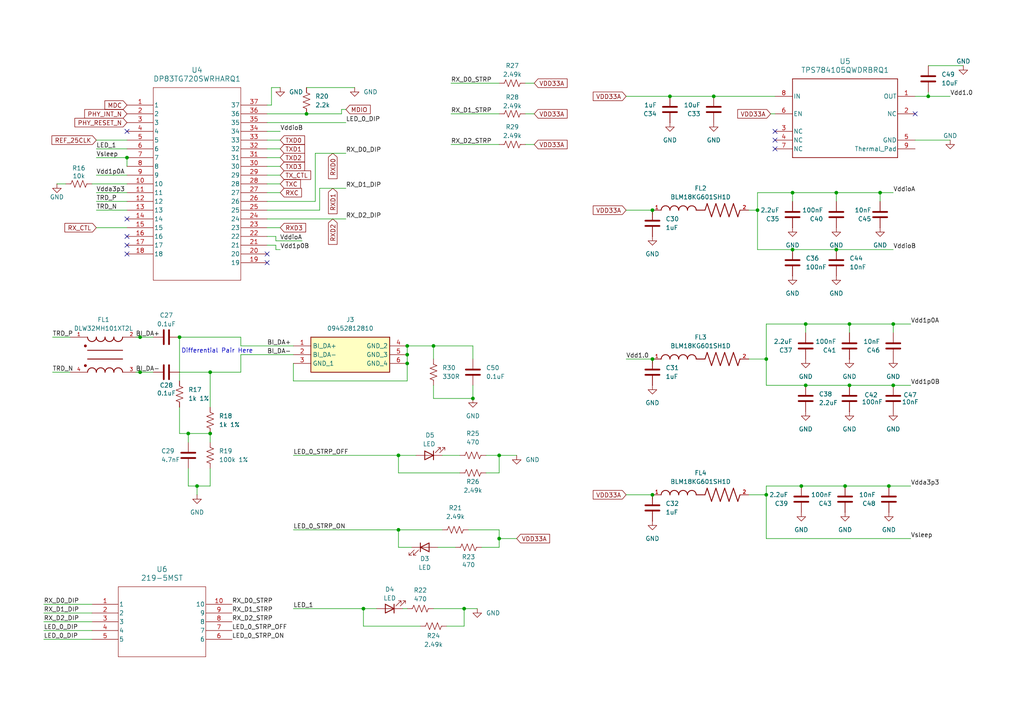
<source format=kicad_sch>
(kicad_sch (version 20231120) (generator "eeschema") (generator_version "8.0")
  (paper "A4")
  (lib_symbols
    (symbol "Capstone_Synbols:09452812810"
      (property "Reference" "J" (at 29.21 7.62 0))
      (property "Value" "09452812810" (at 29.21 5.08 0))
      (symbol "09452812810_1_1"
        (rectangle (start 5.08 2.54) (end 27.94 -7.62) (stroke (width 0.254)) (fill (type background)))
        (pin passive line (at 0 0 0) (length 5.08) (name "BI_DA+") (number "1"))
        (pin passive line (at 0 -2.54 0) (length 5.08) (name "BI_DA-") (number "2"))
        (pin passive line (at 0 -5.08 0) (length 5.08) (name "GND_1") (number "3"))
        (pin passive line (at 33.02 0 180) (length 5.08) (name "GND_2") (number "4"))
        (pin passive line (at 33.02 -2.54 180) (length 5.08) (name "GND_3") (number "5"))
        (pin passive line (at 33.02 -5.08 180) (length 5.08) (name "GND_4") (number "6"))
      )
    )
    (symbol "Capstone_Synbols:219-5MST" (pin_names (offset 0.254))
      (property "Reference" "U" (at 20.32 10.16 0))
      (property "Value" "219-5MST" (at 20.32 7.62 0))
      (symbol "219-5MST_0_1"
        (polyline (pts (xy 7.62 -15.24) (xy 33.02 -15.24)) (stroke (width 0.127)))
        (polyline (pts (xy 7.62 5.08) (xy 7.62 -15.24)) (stroke (width 0.127)))
        (polyline (pts (xy 33.02 -15.24) (xy 33.02 5.08)) (stroke (width 0.127)))
        (polyline (pts (xy 33.02 5.08) (xy 7.62 5.08)) (stroke (width 0.127)))
        (pin unspecified line (at 0 0 0) (length 7.62) (name "1") (number "1"))
        (pin unspecified line (at 40.64 0 180) (length 7.62) (name "10") (number "10"))
        (pin unspecified line (at 0 -2.54 0) (length 7.62) (name "2") (number "2"))
        (pin unspecified line (at 0 -5.08 0) (length 7.62) (name "3") (number "3"))
        (pin unspecified line (at 0 -7.62 0) (length 7.62) (name "4") (number "4"))
        (pin unspecified line (at 0 -10.16 0) (length 7.62) (name "5") (number "5"))
        (pin unspecified line (at 40.64 -10.16 180) (length 7.62) (name "6") (number "6"))
        (pin unspecified line (at 40.64 -7.62 180) (length 7.62) (name "7") (number "7"))
        (pin unspecified line (at 40.64 -5.08 180) (length 7.62) (name "8") (number "8"))
        (pin unspecified line (at 40.64 -2.54 180) (length 7.62) (name "9") (number "9"))
      )
    )
    (symbol "Capstone_Synbols:BLM18KG601SH1D" (pin_names (offset 1.016))
      (property "Reference" "FL" (at -12.7044 5.0815 0))
      (property "Value" "BLM18KG601SH1D" (at -12.71 -5.0866 0))
      (symbol "BLM18KG601SH1D_0_0"
        (arc (start -10.16 0) (mid -11.43 1.2645) (end -12.7 0) (stroke (width 0.254)))
        (arc (start -7.62 0) (mid -8.89 1.2645) (end -10.16 0) (stroke (width 0.254)))
        (arc (start -5.08 0) (mid -6.35 1.2645) (end -7.62 0) (stroke (width 0.254)))
        (arc (start -2.54 0) (mid -3.81 1.2645) (end -5.08 0) (stroke (width 0.254)))
        (polyline (pts (xy 0 0) (xy -2.54 0)) (stroke (width 0.254)))
        (polyline (pts (xy 0 0) (xy 0.635 1.905)) (stroke (width 0.254)))
        (polyline (pts (xy 0.635 1.905) (xy 1.905 -1.905)) (stroke (width 0.254)))
        (polyline (pts (xy 1.905 -1.905) (xy 3.175 1.905)) (stroke (width 0.254)))
        (polyline (pts (xy 3.175 1.905) (xy 4.445 -1.905)) (stroke (width 0.254)))
        (polyline (pts (xy 4.445 -1.905) (xy 5.715 1.905)) (stroke (width 0.254)))
        (polyline (pts (xy 5.715 1.905) (xy 6.985 -1.905)) (stroke (width 0.254)))
        (polyline (pts (xy 6.985 -1.905) (xy 8.255 1.905)) (stroke (width 0.254)))
        (polyline (pts (xy 8.255 1.905) (xy 9.525 -1.905)) (stroke (width 0.254)))
        (polyline (pts (xy 9.525 -1.905) (xy 10.16 0)) (stroke (width 0.254)))
        (pin passive line (at -15.24 0 0) (length 2.54) (name "~") (number "1"))
        (pin passive line (at 12.7 0 180) (length 2.54) (name "~") (number "2"))
      )
    )
    (symbol "Capstone_Synbols:DLW32MH101XT2L" (pin_names (offset 1.016))
      (property "Reference" "FL" (at -5.08 6.35 0))
      (property "Value" "DLW32MH101XT2L" (at -5.08 -6.35 0))
      (symbol "DLW32MH101XT2L_0_0"
        (circle (center -5.715 -3.175) (radius 0.2032) (stroke (width 0.4064)))
        (circle (center -5.715 2.54) (radius 0.2032) (stroke (width 0.4064)))
        (arc (start -5.08 5.08) (mid -3.81 3.8155) (end -2.54 5.08) (stroke (width 0.254)))
        (arc (start -2.54 -5.08) (mid -3.81 -3.8155) (end -5.08 -5.08) (stroke (width 0.254)))
        (arc (start -2.54 5.08) (mid -1.27 3.8155) (end 0 5.08) (stroke (width 0.254)))
        (arc (start 0 -5.08) (mid -1.27 -3.8155) (end -2.54 -5.08) (stroke (width 0.254)))
        (polyline (pts (xy -5.08 -1.27) (xy 5.08 -1.27)) (stroke (width 0.254)))
        (polyline (pts (xy 5.08 1.27) (xy -5.08 1.27)) (stroke (width 0.254)))
        (arc (start 0 5.08) (mid 1.27 3.8155) (end 2.54 5.08) (stroke (width 0.254)))
        (arc (start 2.54 -5.08) (mid 1.27 -3.8155) (end 0 -5.08) (stroke (width 0.254)))
        (arc (start 2.54 5.08) (mid 3.81 3.8155) (end 5.08 5.08) (stroke (width 0.254)))
        (arc (start 5.08 -5.08) (mid 3.81 -3.8155) (end 2.54 -5.08) (stroke (width 0.254)))
        (pin passive line (at -10.16 5.08 0) (length 5.08) (name "~") (number "1"))
        (pin passive line (at 10.16 5.08 180) (length 5.08) (name "~") (number "2"))
        (pin passive line (at 10.16 -5.08 180) (length 5.08) (name "~") (number "3"))
        (pin passive line (at -10.16 -5.08 0) (length 5.08) (name "~") (number "4"))
      )
    )
    (symbol "Capstone_Synbols:DP83TG720SWRHARQ1" (pin_names (offset 0.254))
      (property "Reference" "U" (at 20.32 10.16 0))
      (property "Value" "DP83TG720SWRHARQ1" (at 20.32 7.62 0))
      (symbol "DP83TG720SWRHARQ1_0_1"
        (polyline (pts (xy 7.62 -50.8) (xy 33.02 -50.8)) (stroke (width 0.127)))
        (polyline (pts (xy 7.62 5.08) (xy 7.62 -50.8)) (stroke (width 0.127)))
        (polyline (pts (xy 33.02 -50.8) (xy 33.02 5.08)) (stroke (width 0.127)))
        (polyline (pts (xy 33.02 5.08) (xy 7.62 5.08)) (stroke (width 0.127)))
        (pin unspecified line (at 0 0 0) (length 7.62) (name "1") (number "1"))
        (pin unspecified line (at 0 -22.86 0) (length 7.62) (name "10") (number "10"))
        (pin unspecified line (at 0 -25.4 0) (length 7.62) (name "11") (number "11"))
        (pin unspecified line (at 0 -27.94 0) (length 7.62) (name "12") (number "12"))
        (pin unspecified line (at 0 -30.48 0) (length 7.62) (name "13") (number "13"))
        (pin unspecified line (at 0 -33.02 0) (length 7.62) (name "14") (number "14"))
        (pin unspecified line (at 0 -35.56 0) (length 7.62) (name "15") (number "15"))
        (pin unspecified line (at 0 -38.1 0) (length 7.62) (name "16") (number "16"))
        (pin unspecified line (at 0 -40.64 0) (length 7.62) (name "17") (number "17"))
        (pin unspecified line (at 0 -43.18 0) (length 7.62) (name "18") (number "18"))
        (pin unspecified line (at 40.64 -45.72 180) (length 7.62) (name "19") (number "19"))
        (pin unspecified line (at 0 -2.54 0) (length 7.62) (name "2") (number "2"))
        (pin unspecified line (at 40.64 -43.18 180) (length 7.62) (name "20") (number "20"))
        (pin unspecified line (at 40.64 -40.64 180) (length 7.62) (name "21") (number "21"))
        (pin unspecified line (at 40.64 -38.1 180) (length 7.62) (name "22") (number "22"))
        (pin unspecified line (at 40.64 -35.56 180) (length 7.62) (name "23") (number "23"))
        (pin unspecified line (at 40.64 -33.02 180) (length 7.62) (name "24") (number "24"))
        (pin unspecified line (at 40.64 -30.48 180) (length 7.62) (name "25") (number "25"))
        (pin unspecified line (at 40.64 -27.94 180) (length 7.62) (name "26") (number "26"))
        (pin unspecified line (at 40.64 -25.4 180) (length 7.62) (name "27") (number "27"))
        (pin unspecified line (at 40.64 -22.86 180) (length 7.62) (name "28") (number "28"))
        (pin unspecified line (at 40.64 -20.32 180) (length 7.62) (name "29") (number "29"))
        (pin unspecified line (at 0 -5.08 0) (length 7.62) (name "3") (number "3"))
        (pin unspecified line (at 40.64 -17.78 180) (length 7.62) (name "30") (number "30"))
        (pin unspecified line (at 40.64 -15.24 180) (length 7.62) (name "31") (number "31"))
        (pin unspecified line (at 40.64 -12.7 180) (length 7.62) (name "32") (number "32"))
        (pin unspecified line (at 40.64 -10.16 180) (length 7.62) (name "33") (number "33"))
        (pin unspecified line (at 40.64 -7.62 180) (length 7.62) (name "34") (number "34"))
        (pin unspecified line (at 40.64 -5.08 180) (length 7.62) (name "35") (number "35"))
        (pin unspecified line (at 40.64 -2.54 180) (length 7.62) (name "36") (number "36"))
        (pin unspecified line (at 40.64 0 180) (length 7.62) (name "37") (number "37"))
        (pin unspecified line (at 0 -7.62 0) (length 7.62) (name "4") (number "4"))
        (pin unspecified line (at 0 -10.16 0) (length 7.62) (name "5") (number "5"))
        (pin unspecified line (at 0 -12.7 0) (length 7.62) (name "6") (number "6"))
        (pin unspecified line (at 0 -15.24 0) (length 7.62) (name "7") (number "7"))
        (pin unspecified line (at 0 -17.78 0) (length 7.62) (name "8") (number "8"))
        (pin unspecified line (at 0 -20.32 0) (length 7.62) (name "9") (number "9"))
      )
    )
    (symbol "Capstone_Synbols:TPS784105QWDRBRQ1" (pin_names (offset 0.254))
      (property "Reference" "U" (at 0 2.54 0))
      (property "Value" "TPS784105QWDRBRQ1" (at 0 0 0))
      (symbol "TPS784105QWDRBRQ1_0_1"
        (polyline (pts (xy 5.08 -17.78) (xy 35.56 -17.78)) (stroke (width 0.2032)))
        (polyline (pts (xy 5.08 5.08) (xy 5.08 -17.78)) (stroke (width 0.2032)))
        (polyline (pts (xy 35.56 -17.78) (xy 35.56 5.08)) (stroke (width 0.2032)))
        (polyline (pts (xy 35.56 5.08) (xy 5.08 5.08)) (stroke (width 0.2032)))
        (pin power_in line (at 40.64 0 180) (length 5.08) (name "OUT") (number "1"))
        (pin unspecified line (at 40.64 -5.08 180) (length 5.08) (name "NC") (number "2"))
        (pin unspecified line (at 0 -10.16 0) (length 5.08) (name "NC") (number "3"))
        (pin unspecified line (at 0 -12.7 0) (length 5.08) (name "NC") (number "4"))
        (pin power_in line (at 40.64 -12.7 180) (length 5.08) (name "GND") (number "5"))
        (pin input line (at 0 -5.08 0) (length 5.08) (name "EN") (number "6"))
        (pin unspecified line (at 0 -15.24 0) (length 5.08) (name "NC") (number "7"))
        (pin power_in line (at 0 0 0) (length 5.08) (name "IN") (number "8"))
        (pin power_in line (at 40.64 -15.24 180) (length 5.08) (name "Thermal_Pad") (number "9"))
      )
    )
    (symbol "Device:C" (pin_numbers hide) (pin_names (offset 0.254))
      (property "Reference" "C" (at 0.635 2.54 0))
      (property "Value" "C" (at 0.635 -2.54 0))
      (symbol "C_0_1"
        (polyline (pts (xy -2.032 -0.762) (xy 2.032 -0.762)) (stroke (width 0.508)))
        (polyline (pts (xy -2.032 0.762) (xy 2.032 0.762)) (stroke (width 0.508)))
      )
      (symbol "C_1_1"
        (pin passive line (at 0 3.81 270) (length 2.794) (name "~") (number "1"))
        (pin passive line (at 0 -3.81 90) (length 2.794) (name "~") (number "2"))
      )
    )
    (symbol "Device:LED" (pin_numbers hide) (pin_names (offset 1.016) hide)
      (property "Reference" "D" (at 0 2.54 0))
      (property "Value" "LED" (at 0 -2.54 0))
      (symbol "LED_0_1"
        (polyline (pts (xy -1.27 -1.27) (xy -1.27 1.27)) (stroke (width 0.254)))
        (polyline (pts (xy -1.27 0) (xy 1.27 0)))
        (polyline (pts (xy 1.27 -1.27) (xy 1.27 1.27) (xy -1.27 0) (xy 1.27 -1.27)) (stroke (width 0.254)))
        (polyline (pts (xy -3.048 -0.762) (xy -4.572 -2.286) (xy -3.81 -2.286) (xy -4.572 -2.286) (xy -4.572 -1.524)))
        (polyline (pts (xy -1.778 -0.762) (xy -3.302 -2.286) (xy -2.54 -2.286) (xy -3.302 -2.286) (xy -3.302 -1.524)))
      )
      (symbol "LED_1_1"
        (pin passive line (at -3.81 0 0) (length 2.54) (name "K") (number "1"))
        (pin passive line (at 3.81 0 180) (length 2.54) (name "A") (number "2"))
      )
    )
    (symbol "Device:R_US" (pin_numbers hide) (pin_names (offset 0))
      (property "Reference" "R" (at 2.54 0 90))
      (property "Value" "R_US" (at -2.54 0 90))
      (symbol "R_US_0_1"
        (polyline (pts (xy 0 -2.286) (xy 0 -2.54)))
        (polyline (pts (xy 0 2.286) (xy 0 2.54)))
        (polyline (pts (xy 0 -0.762) (xy 1.016 -1.143) (xy 0 -1.524) (xy -1.016 -1.905) (xy 0 -2.286)))
        (polyline (pts (xy 0 0.762) (xy 1.016 0.381) (xy 0 0) (xy -1.016 -0.381) (xy 0 -0.762)))
        (polyline (pts (xy 0 2.286) (xy 1.016 1.905) (xy 0 1.524) (xy -1.016 1.143) (xy 0 0.762)))
      )
      (symbol "R_US_1_1"
        (pin passive line (at 0 3.81 270) (length 1.27) (name "~") (number "1"))
        (pin passive line (at 0 -3.81 90) (length 1.27) (name "~") (number "2"))
      )
    )
    (symbol "power:GND" (power) (pin_numbers hide) (pin_names (offset 0) hide)
      (property "Value" "GND" (at 0 -3.81 0))
      (symbol "GND_0_1"
        (polyline (pts (xy 0 0) (xy 0 -1.27) (xy 1.27 -1.27) (xy 0 -2.54) (xy -1.27 -1.27) (xy 0 -1.27)))
      )
      (symbol "GND_1_1"
        (pin power_in line (at 0 0 270) (length 0) (name "~") (number "1"))
      )
    )
  )
  (junction (at 259.08 111.76))
  (junction (at 259.08 93.98))
  (junction (at 88.9 33.02))
  (junction (at 222.25 143.51))
  (junction (at 40.64 107.95))
  (junction (at 189.23 104.14))
  (junction (at 134.62 176.53))
  (junction (at 245.11 140.97))
  (junction (at 40.64 97.79))
  (junction (at 257.81 140.97))
  (junction (at 219.71 60.96))
  (junction (at 233.68 111.76))
  (junction (at 269.24 27.94))
  (junction (at 144.78 132.08))
  (junction (at 233.68 93.98))
  (junction (at 229.87 72.39))
  (junction (at 232.41 140.97))
  (junction (at 115.57 132.08))
  (junction (at 118.11 102.87))
  (junction (at 242.57 55.88))
  (junction (at 36.83 45.72))
  (junction (at 115.57 153.67))
  (junction (at 242.57 72.39))
  (junction (at 54.61 125.73))
  (junction (at 105.41 176.53))
  (junction (at 189.23 143.51))
  (junction (at 60.96 107.95))
  (junction (at 144.78 156.21))
  (junction (at 137.16 115.57))
  (junction (at 207.01 27.94))
  (junction (at 229.87 55.88))
  (junction (at 125.73 100.33))
  (junction (at 52.07 97.79))
  (junction (at 246.38 111.76))
  (junction (at 118.11 100.33))
  (junction (at 255.27 55.88))
  (junction (at 57.15 140.97))
  (junction (at 189.23 60.96))
  (junction (at 194.31 27.94))
  (junction (at 246.38 93.98))
  (junction (at 118.11 105.41))
  (junction (at 60.96 125.73))
  (junction (at 222.25 104.14))
  (no_connect (at 36.83 71.12))
  (no_connect (at 36.83 68.58))
  (no_connect (at 265.43 33.02))
  (no_connect (at 77.47 76.2))
  (no_connect (at 77.47 73.66))
  (no_connect (at 36.83 38.1))
  (no_connect (at 36.83 63.5))
  (no_connect (at 224.79 40.64))
  (no_connect (at 36.83 73.66))
  (no_connect (at 224.79 38.1))
  (no_connect (at 224.79 43.18))
  (wire (pts (xy 222.25 111.76) (xy 233.68 111.76)))
  (wire (pts (xy 87.63 69.85) (xy 80.01 69.85)))
  (wire (pts (xy 36.83 45.72) (xy 36.83 48.26)))
  (wire (pts (xy 118.11 110.49) (xy 118.11 105.41)))
  (wire (pts (xy 118.11 100.33) (xy 118.11 102.87)))
  (wire (pts (xy 242.57 72.39) (xy 259.08 72.39)))
  (wire (pts (xy 130.81 41.91) (xy 144.78 41.91)))
  (wire (pts (xy 119.38 158.75) (xy 115.57 158.75)))
  (wire (pts (xy 137.16 104.14) (xy 137.16 100.33)))
  (wire (pts (xy 92.71 60.96) (xy 77.47 60.96)))
  (wire (pts (xy 115.57 153.67) (xy 128.27 153.67)))
  (wire (pts (xy 245.11 140.97) (xy 257.81 140.97)))
  (wire (pts (xy 144.78 132.08) (xy 149.86 132.08)))
  (wire (pts (xy 222.25 111.76) (xy 222.25 104.14)))
  (wire (pts (xy 257.81 140.97) (xy 264.16 140.97)))
  (wire (pts (xy 91.44 58.42) (xy 77.47 58.42)))
  (wire (pts (xy 219.71 72.39) (xy 229.87 72.39)))
  (wire (pts (xy 125.73 111.76) (xy 125.73 115.57)))
  (wire (pts (xy 222.25 140.97) (xy 222.25 143.51)))
  (wire (pts (xy 77.47 50.8) (xy 81.28 50.8)))
  (wire (pts (xy 222.25 93.98) (xy 233.68 93.98)))
  (wire (pts (xy 222.25 104.14) (xy 217.17 104.14)))
  (wire (pts (xy 12.7 180.34) (xy 26.67 180.34)))
  (wire (pts (xy 99.06 33.02) (xy 88.9 33.02)))
  (wire (pts (xy 115.57 132.08) (xy 120.65 132.08)))
  (wire (pts (xy 255.27 55.88) (xy 255.27 58.42)))
  (wire (pts (xy 229.87 55.88) (xy 242.57 55.88)))
  (wire (pts (xy 116.84 176.53) (xy 118.11 176.53)))
  (wire (pts (xy 27.94 60.96) (xy 36.83 60.96)))
  (wire (pts (xy 91.44 44.45) (xy 100.33 44.45)))
  (wire (pts (xy 152.4 24.13) (xy 154.94 24.13)))
  (wire (pts (xy 52.07 125.73) (xy 54.61 125.73)))
  (wire (pts (xy 233.68 111.76) (xy 246.38 111.76)))
  (wire (pts (xy 181.61 143.51) (xy 189.23 143.51)))
  (wire (pts (xy 118.11 100.33) (xy 125.73 100.33)))
  (wire (pts (xy 77.47 33.02) (xy 88.9 33.02)))
  (wire (pts (xy 12.7 177.8) (xy 26.67 177.8)))
  (wire (pts (xy 99.06 31.75) (xy 99.06 33.02)))
  (wire (pts (xy 40.64 97.79) (xy 44.45 97.79)))
  (wire (pts (xy 149.86 156.21) (xy 144.78 156.21)))
  (wire (pts (xy 127 158.75) (xy 132.08 158.75)))
  (wire (pts (xy 52.07 118.11) (xy 52.07 125.73)))
  (wire (pts (xy 77.47 55.88) (xy 81.28 55.88)))
  (wire (pts (xy 219.71 60.96) (xy 217.17 60.96)))
  (wire (pts (xy 125.73 100.33) (xy 125.73 104.14)))
  (wire (pts (xy 115.57 158.75) (xy 115.57 153.67)))
  (wire (pts (xy 219.71 55.88) (xy 229.87 55.88)))
  (wire (pts (xy 16.51 53.34) (xy 19.05 53.34)))
  (wire (pts (xy 125.73 115.57) (xy 137.16 115.57)))
  (wire (pts (xy 69.85 102.87) (xy 85.09 102.87)))
  (wire (pts (xy 121.92 181.61) (xy 105.41 181.61)))
  (wire (pts (xy 12.7 175.26) (xy 26.67 175.26)))
  (wire (pts (xy 39.37 107.95) (xy 40.64 107.95)))
  (wire (pts (xy 105.41 176.53) (xy 105.41 181.61)))
  (wire (pts (xy 246.38 93.98) (xy 246.38 96.52)))
  (wire (pts (xy 77.47 63.5) (xy 100.33 63.5)))
  (wire (pts (xy 80.01 71.12) (xy 77.47 71.12)))
  (wire (pts (xy 144.78 137.16) (xy 144.78 132.08)))
  (wire (pts (xy 232.41 140.97) (xy 245.11 140.97)))
  (wire (pts (xy 242.57 55.88) (xy 255.27 55.88)))
  (wire (pts (xy 80.01 69.85) (xy 80.01 68.58)))
  (wire (pts (xy 229.87 72.39) (xy 242.57 72.39)))
  (wire (pts (xy 77.47 53.34) (xy 81.28 53.34)))
  (wire (pts (xy 246.38 93.98) (xy 259.08 93.98)))
  (wire (pts (xy 57.15 140.97) (xy 60.96 140.97)))
  (wire (pts (xy 222.25 143.51) (xy 217.17 143.51)))
  (wire (pts (xy 81.28 43.18) (xy 77.47 43.18)))
  (wire (pts (xy 54.61 128.27) (xy 54.61 125.73)))
  (wire (pts (xy 102.87 25.4) (xy 88.9 25.4)))
  (wire (pts (xy 85.09 132.08) (xy 115.57 132.08)))
  (wire (pts (xy 81.28 25.4) (xy 78.74 25.4)))
  (wire (pts (xy 255.27 55.88) (xy 259.08 55.88)))
  (wire (pts (xy 181.61 104.14) (xy 189.23 104.14)))
  (wire (pts (xy 133.35 137.16) (xy 115.57 137.16)))
  (wire (pts (xy 60.96 135.89) (xy 60.96 140.97)))
  (wire (pts (xy 27.94 66.04) (xy 36.83 66.04)))
  (wire (pts (xy 222.25 156.21) (xy 222.25 143.51)))
  (wire (pts (xy 27.94 58.42) (xy 36.83 58.42)))
  (wire (pts (xy 137.16 100.33) (xy 125.73 100.33)))
  (wire (pts (xy 27.94 55.88) (xy 36.83 55.88)))
  (wire (pts (xy 92.71 54.61) (xy 92.71 60.96)))
  (wire (pts (xy 229.87 55.88) (xy 229.87 58.42)))
  (wire (pts (xy 60.96 128.27) (xy 60.96 125.73)))
  (wire (pts (xy 115.57 137.16) (xy 115.57 132.08)))
  (wire (pts (xy 181.61 27.94) (xy 194.31 27.94)))
  (wire (pts (xy 144.78 158.75) (xy 139.7 158.75)))
  (wire (pts (xy 77.47 35.56) (xy 100.33 35.56)))
  (wire (pts (xy 85.09 110.49) (xy 118.11 110.49)))
  (wire (pts (xy 259.08 93.98) (xy 264.16 93.98)))
  (wire (pts (xy 78.74 25.4) (xy 78.74 30.48)))
  (wire (pts (xy 52.07 97.79) (xy 69.85 97.79)))
  (wire (pts (xy 118.11 102.87) (xy 118.11 105.41)))
  (wire (pts (xy 269.24 26.67) (xy 269.24 27.94)))
  (wire (pts (xy 134.62 181.61) (xy 134.62 176.53)))
  (wire (pts (xy 54.61 140.97) (xy 57.15 140.97)))
  (wire (pts (xy 233.68 93.98) (xy 246.38 93.98)))
  (wire (pts (xy 80.01 68.58) (xy 77.47 68.58)))
  (wire (pts (xy 85.09 153.67) (xy 115.57 153.67)))
  (wire (pts (xy 181.61 60.96) (xy 189.23 60.96)))
  (wire (pts (xy 77.47 38.1) (xy 81.28 38.1)))
  (wire (pts (xy 144.78 156.21) (xy 144.78 158.75)))
  (wire (pts (xy 140.97 137.16) (xy 144.78 137.16)))
  (wire (pts (xy 92.71 54.61) (xy 100.33 54.61)))
  (wire (pts (xy 152.4 41.91) (xy 154.94 41.91)))
  (wire (pts (xy 129.54 181.61) (xy 134.62 181.61)))
  (wire (pts (xy 85.09 176.53) (xy 105.41 176.53)))
  (wire (pts (xy 27.94 43.18) (xy 36.83 43.18)))
  (wire (pts (xy 81.28 45.72) (xy 77.47 45.72)))
  (wire (pts (xy 60.96 107.95) (xy 69.85 107.95)))
  (wire (pts (xy 219.71 55.88) (xy 219.71 60.96)))
  (wire (pts (xy 27.94 45.72) (xy 36.83 45.72)))
  (wire (pts (xy 91.44 44.45) (xy 91.44 58.42)))
  (wire (pts (xy 15.24 107.95) (xy 20.32 107.95)))
  (wire (pts (xy 52.07 107.95) (xy 60.96 107.95)))
  (wire (pts (xy 265.43 27.94) (xy 269.24 27.94)))
  (wire (pts (xy 69.85 97.79) (xy 69.85 100.33)))
  (wire (pts (xy 40.64 107.95) (xy 44.45 107.95)))
  (wire (pts (xy 125.73 176.53) (xy 134.62 176.53)))
  (wire (pts (xy 134.62 176.53) (xy 138.43 176.53)))
  (wire (pts (xy 222.25 140.97) (xy 232.41 140.97)))
  (wire (pts (xy 54.61 125.73) (xy 60.96 125.73)))
  (wire (pts (xy 222.25 156.21) (xy 264.16 156.21)))
  (wire (pts (xy 81.28 66.04) (xy 77.47 66.04)))
  (wire (pts (xy 219.71 72.39) (xy 219.71 60.96)))
  (wire (pts (xy 80.01 72.39) (xy 80.01 71.12)))
  (wire (pts (xy 152.4 33.02) (xy 154.94 33.02)))
  (wire (pts (xy 189.23 60.96) (xy 189.23 62.23)))
  (wire (pts (xy 27.94 50.8) (xy 36.83 50.8)))
  (wire (pts (xy 54.61 135.89) (xy 54.61 140.97)))
  (wire (pts (xy 194.31 27.94) (xy 207.01 27.94)))
  (wire (pts (xy 81.28 40.64) (xy 77.47 40.64)))
  (wire (pts (xy 12.7 182.88) (xy 26.67 182.88)))
  (wire (pts (xy 26.67 53.34) (xy 36.83 53.34)))
  (wire (pts (xy 259.08 111.76) (xy 264.16 111.76)))
  (wire (pts (xy 144.78 153.67) (xy 135.89 153.67)))
  (wire (pts (xy 140.97 132.08) (xy 144.78 132.08)))
  (wire (pts (xy 223.52 33.02) (xy 224.79 33.02)))
  (wire (pts (xy 52.07 97.79) (xy 52.07 110.49)))
  (wire (pts (xy 259.08 93.98) (xy 259.08 96.52)))
  (wire (pts (xy 105.41 176.53) (xy 109.22 176.53)))
  (wire (pts (xy 130.81 33.02) (xy 144.78 33.02)))
  (wire (pts (xy 275.59 40.64) (xy 265.43 40.64)))
  (wire (pts (xy 128.27 132.08) (xy 133.35 132.08)))
  (wire (pts (xy 144.78 153.67) (xy 144.78 156.21)))
  (wire (pts (xy 15.24 97.79) (xy 20.32 97.79)))
  (wire (pts (xy 189.23 104.14) (xy 189.23 105.41)))
  (wire (pts (xy 189.23 143.51) (xy 189.23 144.78)))
  (wire (pts (xy 60.96 107.95) (xy 60.96 118.11)))
  (wire (pts (xy 233.68 93.98) (xy 233.68 96.52)))
  (wire (pts (xy 222.25 93.98) (xy 222.25 104.14)))
  (wire (pts (xy 39.37 97.79) (xy 40.64 97.79)))
  (wire (pts (xy 77.47 48.26) (xy 81.28 48.26)))
  (wire (pts (xy 207.01 27.94) (xy 224.79 27.94)))
  (wire (pts (xy 80.01 72.39) (xy 81.28 72.39)))
  (wire (pts (xy 27.94 40.64) (xy 36.83 40.64)))
  (wire (pts (xy 137.16 115.57) (xy 137.16 111.76)))
  (wire (pts (xy 12.7 185.42) (xy 26.67 185.42)))
  (wire (pts (xy 57.15 143.51) (xy 57.15 140.97)))
  (wire (pts (xy 246.38 111.76) (xy 259.08 111.76)))
  (wire (pts (xy 69.85 100.33) (xy 85.09 100.33)))
  (wire (pts (xy 85.09 105.41) (xy 85.09 110.49)))
  (wire (pts (xy 69.85 107.95) (xy 69.85 102.87)))
  (wire (pts (xy 99.06 31.75) (xy 100.33 31.75)))
  (wire (pts (xy 130.81 24.13) (xy 144.78 24.13)))
  (wire (pts (xy 269.24 27.94) (xy 275.59 27.94)))
  (wire (pts (xy 242.57 55.88) (xy 242.57 58.42)))
  (wire (pts (xy 279.4 19.05) (xy 269.24 19.05)))
  (wire (pts (xy 78.74 30.48) (xy 77.47 30.48)))
  (text "Differential Pair Here" (at 62.992 101.854 0) (effects (font (size 1.27 1.27))))
  (label "LED_0_DIP" (at 12.7 182.88 0))
  (label "LED_0_STRP_ON" (at 85.09 153.67 0))
  (label "LED_1" (at 85.09 176.53 0))
  (label "Vdda3p3" (at 264.16 140.97 0))
  (label "Vdd1.0" (at 181.61 104.14 0))
  (label "BI_DA+" (at 39.37 97.79 0))
  (label "LED_0_STRP_OFF" (at 67.31 182.88 0))
  (label "Vsleep" (at 264.16 156.21 0))
  (label "RX_D1_DIP" (at 12.7 177.8 0))
  (label "LED_1" (at 27.94 43.18 0))
  (label "RX_D0_DIP" (at 12.7 175.26 0))
  (label "TRD_P" (at 27.94 58.42 0))
  (label "TRD_P" (at 15.24 97.79 0))
  (label "RX_D0_STRP" (at 67.31 175.26 0))
  (label "BI_DA-" (at 77.47 102.87 0))
  (label "BI_DA+" (at 77.47 100.33 0))
  (label "RX_D2_DIP" (at 12.7 180.34 0))
  (label "LED_0_DIP" (at 12.7 185.42 0))
  (label "VddioB" (at 81.28 38.1 0))
  (label "RX_D2_STRP" (at 67.31 180.34 0))
  (label "TRD_N" (at 15.24 107.95 0))
  (label "RX_D2_DIP" (at 100.33 63.5 0))
  (label "Vdd1p0B" (at 264.16 111.76 0))
  (label "Vdd1p0A" (at 264.16 93.98 0))
  (label "VddioB" (at 259.08 72.39 0))
  (label "RX_D1_STRP" (at 130.81 33.02 0))
  (label "BI_DA-" (at 39.37 107.95 0))
  (label "TRD_N" (at 27.94 60.96 0))
  (label "LED_0_DIP" (at 100.33 35.56 0))
  (label "Vsleep" (at 27.94 45.72 0))
  (label "LED_0_STRP_ON" (at 67.31 185.42 0))
  (label "Vdd1p0B" (at 81.28 72.39 0))
  (label "LED_0_STRP_OFF" (at 85.09 132.08 0))
  (label "Vdd1.0" (at 275.59 27.94 0))
  (label "Vdda3p3" (at 27.94 55.88 0))
  (label "RX_D1_DIP" (at 100.33 54.61 0))
  (label "RX_D0_DIP" (at 100.33 44.45 0))
  (label "RX_D2_STRP" (at 130.81 41.91 0))
  (label "Vdd1p0A" (at 27.94 50.8 0))
  (label "VddioA" (at 87.63 69.85 180))
  (label "VddioA" (at 259.08 55.88 0))
  (label "RX_D0_STRP" (at 130.81 24.13 0))
  (label "RX_D1_STRP" (at 67.31 177.8 0))
  (global_label "RXD0" (shape input) (at 96.52 44.45 270) (property "Intersheetrefs" "${INTERSHEET_REFS}" (effects (hide yes))))
  (global_label "VDD33A" (shape input) (at 181.61 143.51 180) (property "Intersheetrefs" "${INTERSHEET_REFS}" (effects (hide yes))))
  (global_label "VDD33A" (shape input) (at 223.52 33.02 180) (property "Intersheetrefs" "${INTERSHEET_REFS}" (effects (hide yes))))
  (global_label "VDD33A" (shape input) (at 154.94 24.13 0) (property "Intersheetrefs" "${INTERSHEET_REFS}" (effects (hide yes))))
  (global_label "VDD33A" (shape input) (at 154.94 33.02 0) (property "Intersheetrefs" "${INTERSHEET_REFS}" (effects (hide yes))))
  (global_label "TX_CTL" (shape input) (at 81.28 50.8 0) (property "Intersheetrefs" "${INTERSHEET_REFS}" (effects (hide yes))))
  (global_label "PHY_RESET_N" (shape input) (at 36.83 35.56 180) (property "Intersheetrefs" "${INTERSHEET_REFS}" (effects (hide yes))))
  (global_label "RXD1" (shape input) (at 96.52 54.61 270) (property "Intersheetrefs" "${INTERSHEET_REFS}" (effects (hide yes))))
  (global_label "VDD33A" (shape input) (at 149.86 156.21 0) (property "Intersheetrefs" "${INTERSHEET_REFS}" (effects (hide yes))))
  (global_label "TXD3" (shape input) (at 81.28 48.26 0) (property "Intersheetrefs" "${INTERSHEET_REFS}" (effects (hide yes))))
  (global_label "TXD0" (shape input) (at 81.28 40.64 0) (property "Intersheetrefs" "${INTERSHEET_REFS}" (effects (hide yes))))
  (global_label "PHY_INT_N" (shape input) (at 36.83 33.02 180) (property "Intersheetrefs" "${INTERSHEET_REFS}" (effects (hide yes))))
  (global_label "VDD33A" (shape input) (at 181.61 27.94 180) (property "Intersheetrefs" "${INTERSHEET_REFS}" (effects (hide yes))))
  (global_label "RXD3" (shape input) (at 81.28 66.04 0) (property "Intersheetrefs" "${INTERSHEET_REFS}" (effects (hide yes))))
  (global_label "VDD33A" (shape input) (at 154.94 41.91 0) (property "Intersheetrefs" "${INTERSHEET_REFS}" (effects (hide yes))))
  (global_label "MDC" (shape input) (at 36.83 30.48 180) (property "Intersheetrefs" "${INTERSHEET_REFS}" (effects (hide yes))))
  (global_label "TXC" (shape input) (at 81.28 53.34 0) (property "Intersheetrefs" "${INTERSHEET_REFS}" (effects (hide yes))))
  (global_label "REF_25CLK" (shape input) (at 27.94 40.64 180) (property "Intersheetrefs" "${INTERSHEET_REFS}" (effects (hide yes))))
  (global_label "RXD2" (shape input) (at 96.52 63.5 270) (property "Intersheetrefs" "${INTERSHEET_REFS}" (effects (hide yes))))
  (global_label "RXC" (shape input) (at 81.28 55.88 0) (property "Intersheetrefs" "${INTERSHEET_REFS}" (effects (hide yes))))
  (global_label "TXD2" (shape input) (at 81.28 45.72 0) (property "Intersheetrefs" "${INTERSHEET_REFS}" (effects (hide yes))))
  (global_label "RX_CTL" (shape input) (at 27.94 66.04 180) (property "Intersheetrefs" "${INTERSHEET_REFS}" (effects (hide yes))))
  (global_label "MDIO" (shape input) (at 100.33 31.75 0) (property "Intersheetrefs" "${INTERSHEET_REFS}" (effects (hide yes))))
  (global_label "TXD1" (shape input) (at 81.28 43.18 0) (property "Intersheetrefs" "${INTERSHEET_REFS}" (effects (hide yes))))
  (global_label "VDD33A" (shape input) (at 181.61 60.96 180) (property "Intersheetrefs" "${INTERSHEET_REFS}" (effects (hide yes))))
  (symbol (lib_id "Device:C") (at 259.08 115.57 0) (mirror y) (unit 1)
    (property "Reference" "C47" (at 265.938 114.554 0) (effects (justify left)))
    (property "Value" "10nF" (at 266.446 116.586 0) (effects (justify left)))
    (property "Footprint" "Capacitor_SMD:C_0402_1005Metric" (effects (hide yes)))
    (property "Description" "Unpolarized capacitor" (effects (hide yes)))
  )
  (symbol (lib_id "Capstone_Synbols:TPS784105QWDRBRQ1") (at 224.79 27.94 0) (unit 1)
    (property "Reference" "U5" (at 245.11 17.78 0) (effects (font (size 1.524 1.524))))
    (property "Value" "TPS784105QWDRBRQ1" (at 245.11 20.32 0) (effects (font (size 1.524 1.524))))
    (property "Footprint" "Capstone_Footprints:DRB0008J-IPC_A" (effects (hide yes)))
    (property "Datasheet" "TPS784105QWDRBRQ1" (effects (hide yes)))
  )
  (symbol (lib_id "Device:R_US") (at 137.16 137.16 90) (unit 1)
    (property "Reference" "R26" (at 137.16 139.7 90))
    (property "Value" "2.49k" (at 137.16 142.24 90))
    (property "Footprint" "Resistor_SMD:R_0805_2012Metric" (effects (hide yes)))
    (property "Description" "Resistor, US symbol" (effects (hide yes)))
  )
  (symbol (lib_id "Device:C") (at 259.08 100.33 180) (unit 1)
    (property "Reference" "C46" (at 255.27 101.6001 0) (effects (justify left)))
    (property "Value" "10nF" (at 255.27 99.0601 0) (effects (justify left)))
    (property "Footprint" "Capacitor_SMD:C_0402_1005Metric" (effects (hide yes)))
    (property "Description" "Unpolarized capacitor" (effects (hide yes)))
  )
  (symbol (lib_id "Device:R_US") (at 148.59 41.91 270) (unit 1)
    (property "Reference" "R29" (at 148.59 36.83 90))
    (property "Value" "2.49k" (at 148.59 39.37 90))
    (property "Footprint" "Resistor_SMD:R_0805_2012Metric" (effects (hide yes)))
    (property "Description" "Resistor, US symbol" (effects (hide yes)))
  )
  (symbol (lib_id "Device:C") (at 48.26 97.79 90) (unit 1)
    (property "Reference" "C27" (at 48.26 91.44 90))
    (property "Value" "0.1uF" (at 48.26 93.98 90))
    (property "Footprint" "Capacitor_SMD:C_0402_1005Metric" (effects (hide yes)))
    (property "Description" "Unpolarized capacitor" (effects (hide yes)))
  )
  (symbol (lib_id "Device:LED") (at 113.03 176.53 180) (unit 1)
    (property "Reference" "D4" (at 113.03 170.942 0))
    (property "Value" "LED" (at 113.03 173.482 0))
    (property "Footprint" "LED_SMD:LED_0603_1608Metric" (effects (hide yes)))
    (property "Description" "Light emitting diode" (effects (hide yes)))
  )
  (symbol (lib_id "Device:C") (at 189.23 147.32 0) (unit 1)
    (property "Reference" "C32" (at 193.04 146.0499 0) (effects (justify left)))
    (property "Value" "1uF" (at 193.04 148.5899 0) (effects (justify left)))
    (property "Footprint" "Capacitor_SMD:C_0402_1005Metric" (effects (hide yes)))
    (property "Description" "Unpolarized capacitor" (effects (hide yes)))
  )
  (symbol (lib_id "power:GND") (at 246.38 119.38 0) (unit 1)
    (property "Reference" "#PWR060" (effects (hide yes)))
    (property "Value" "GND" (at 246.38 124.46 0))
    (property "Description" "Power symbol creates a global label with name \"GND\" , ground" (effects (hide yes)))
  )
  (symbol (lib_id "Device:C") (at 246.38 100.33 180) (unit 1)
    (property "Reference" "C41" (at 242.57 101.6001 0) (effects (justify left)))
    (property "Value" "100nF" (at 242.57 99.0601 0) (effects (justify left)))
    (property "Footprint" "Capacitor_SMD:C_0402_1005Metric" (effects (hide yes)))
    (property "Description" "Unpolarized capacitor" (effects (hide yes)))
  )
  (symbol (lib_id "Capstone_Synbols:BLM18KG601SH1D") (at 204.47 143.51 0) (unit 1)
    (property "Reference" "FL4" (at 203.2 137.16 0))
    (property "Value" "BLM18KG601SH1D" (at 203.2 139.7 0))
    (property "Footprint" "Capstone_Footprints:BEADC1608X95N" (effects (hide yes)))
  )
  (symbol (lib_id "Device:LED") (at 123.19 158.75 0) (unit 1)
    (property "Reference" "D3" (at 123.19 162.052 0))
    (property "Value" "LED" (at 123.19 164.592 0))
    (property "Footprint" "LED_SMD:LED_0603_1608Metric" (effects (hide yes)))
    (property "Description" "Light emitting diode" (effects (hide yes)))
  )
  (symbol (lib_id "Device:R_US") (at 60.96 121.92 0) (unit 1)
    (property "Reference" "R18" (at 63.5 120.6499 0) (effects (justify left)))
    (property "Value" "1k 1%" (at 63.5 123.1899 0) (effects (justify left)))
    (property "Footprint" "Resistor_SMD:R_0805_2012Metric" (effects (hide yes)))
    (property "Description" "Resistor, US symbol" (effects (hide yes)))
  )
  (symbol (lib_id "Device:C") (at 255.27 62.23 180) (unit 1)
    (property "Reference" "C45" (at 252.73 63.5 0) (effects (justify left)))
    (property "Value" "10nF" (at 252.73 60.96 0) (effects (justify left)))
    (property "Footprint" "Capacitor_SMD:C_0402_1005Metric" (effects (hide yes)))
    (property "Description" "Unpolarized capacitor" (effects (hide yes)))
  )
  (symbol (lib_id "power:GND") (at 275.59 40.64 0) (unit 1)
    (property "Reference" "#PWR067" (effects (hide yes)))
    (property "Value" "GND" (at 273.558 39.37 0) (effects (justify left)))
    (property "Description" "Power symbol creates a global label with name \"GND\" , ground" (effects (hide yes)))
  )
  (symbol (lib_id "power:GND") (at 232.41 148.59 0) (unit 1)
    (property "Reference" "#PWR066" (effects (hide yes)))
    (property "Value" "GND" (at 232.41 153.67 0))
    (property "Description" "Power symbol creates a global label with name \"GND\" , ground" (effects (hide yes)))
  )
  (symbol (lib_id "Device:R_US") (at 121.92 176.53 270) (unit 1)
    (property "Reference" "R22" (at 121.92 171.196 90))
    (property "Value" "470" (at 121.92 173.736 90))
    (property "Footprint" "Resistor_SMD:R_0805_2012Metric" (effects (hide yes)))
    (property "Description" "Resistor, US symbol" (effects (hide yes)))
  )
  (symbol (lib_id "Device:C") (at 232.41 144.78 180) (unit 1)
    (property "Reference" "C39" (at 228.6 146.0501 0) (effects (justify left)))
    (property "Value" "2.2uF" (at 228.6 143.5101 0) (effects (justify left)))
    (property "Footprint" "Capacitor_SMD:C_0402_1005Metric" (effects (hide yes)))
    (property "Description" "Unpolarized capacitor" (effects (hide yes)))
  )
  (symbol (lib_id "Device:C") (at 269.24 22.86 0) (unit 1)
    (property "Reference" "C49" (at 273.05 21.5899 0) (effects (justify left)))
    (property "Value" "10uF" (at 273.05 24.1299 0) (effects (justify left)))
    (property "Footprint" "Capacitor_SMD:C_0805_2012Metric" (effects (hide yes)))
    (property "Description" "Unpolarized capacitor" (effects (hide yes)))
  )
  (symbol (lib_id "power:GND") (at 189.23 151.13 0) (unit 1)
    (property "Reference" "#PWR050" (effects (hide yes)))
    (property "Value" "GND" (at 189.23 156.21 0))
    (property "Description" "Power symbol creates a global label with name \"GND\" , ground" (effects (hide yes)))
  )
  (symbol (lib_id "Device:R_US") (at 125.73 107.95 180) (unit 1)
    (property "Reference" "R30" (at 128.27 106.6799 0) (effects (justify right)))
    (property "Value" "330R" (at 128.27 109.2199 0) (effects (justify right)))
    (property "Footprint" "Resistor_SMD:R_0805_2012Metric" (effects (hide yes)))
    (property "Description" "Resistor, US symbol" (effects (hide yes)))
  )
  (symbol (lib_id "Device:C") (at 246.38 115.57 0) (unit 1)
    (property "Reference" "C42" (at 250.698 114.554 0) (effects (justify left)))
    (property "Value" "100nF" (at 249.936 116.586 0) (effects (justify left)))
    (property "Footprint" "Capacitor_SMD:C_0402_1005Metric" (effects (hide yes)))
    (property "Description" "Unpolarized capacitor" (effects (hide yes)))
  )
  (symbol (lib_id "power:GND") (at 194.31 35.56 0) (unit 1)
    (property "Reference" "#PWR052" (effects (hide yes)))
    (property "Value" "GND" (at 194.31 40.64 0))
    (property "Description" "Power symbol creates a global label with name \"GND\" , ground" (effects (hide yes)))
  )
  (symbol (lib_id "power:GND") (at 259.08 104.14 0) (unit 1)
    (property "Reference" "#PWR055" (effects (hide yes)))
    (property "Value" "GND" (at 259.08 109.22 0))
    (property "Description" "Power symbol creates a global label with name \"GND\" , ground" (effects (hide yes)))
  )
  (symbol (lib_id "Device:C") (at 233.68 100.33 180) (unit 1)
    (property "Reference" "C37" (at 229.87 101.6001 0) (effects (justify left)))
    (property "Value" "2.2uF" (at 229.87 99.0601 0) (effects (justify left)))
    (property "Footprint" "Capacitor_SMD:C_0402_1005Metric" (effects (hide yes)))
    (property "Description" "Unpolarized capacitor" (effects (hide yes)))
  )
  (symbol (lib_id "power:GND") (at 16.51 53.34 0) (unit 1)
    (property "Reference" "#PWR038" (effects (hide yes)))
    (property "Value" "GND" (at 18.542 57.15 0) (effects (justify right)))
    (property "Description" "Power symbol creates a global label with name \"GND\" , ground" (effects (hide yes)))
  )
  (symbol (lib_id "Device:R_US") (at 148.59 24.13 270) (unit 1)
    (property "Reference" "R27" (at 148.59 19.05 90))
    (property "Value" "2.49k" (at 148.59 21.59 90))
    (property "Footprint" "Resistor_SMD:R_0805_2012Metric" (effects (hide yes)))
    (property "Description" "Resistor, US symbol" (effects (hide yes)))
  )
  (symbol (lib_id "Device:R_US") (at 22.86 53.34 270) (unit 1)
    (property "Reference" "R16" (at 22.86 48.768 90))
    (property "Value" "10k" (at 22.86 51.054 90))
    (property "Footprint" "Resistor_SMD:R_0805_2012Metric" (effects (hide yes)))
    (property "Description" "Resistor, US symbol" (effects (hide yes)))
  )
  (symbol (lib_id "Capstone_Synbols:DP83TG720SWRHARQ1") (at 36.83 30.48 0) (unit 1)
    (property "Reference" "U4" (at 57.15 20.32 0) (effects (font (size 1.524 1.524))))
    (property "Value" "DP83TG720SWRHARQ1" (at 57.15 22.86 0) (effects (font (size 1.524 1.524))))
    (property "Footprint" "Capstone_Footprints:VQFN36_6X6_TEX" (effects (hide yes)))
    (property "Datasheet" "DP83TG720SWRHARQ1" (effects (hide yes)))
  )
  (symbol (lib_id "power:GND") (at 233.68 119.38 0) (unit 1)
    (property "Reference" "#PWR056" (effects (hide yes)))
    (property "Value" "GND" (at 233.68 124.46 0))
    (property "Description" "Power symbol creates a global label with name \"GND\" , ground" (effects (hide yes)))
  )
  (symbol (lib_id "power:GND") (at 57.15 143.51 0) (unit 1)
    (property "Reference" "#PWR039" (effects (hide yes)))
    (property "Value" "GND" (at 57.15 148.59 0))
    (property "Description" "Power symbol creates a global label with name \"GND\" , ground" (effects (hide yes)))
  )
  (symbol (lib_id "power:GND") (at 246.38 104.14 0) (unit 1)
    (property "Reference" "#PWR059" (effects (hide yes)))
    (property "Value" "GND" (at 246.38 109.22 0))
    (property "Description" "Power symbol creates a global label with name \"GND\" , ground" (effects (hide yes)))
  )
  (symbol (lib_id "Capstone_Synbols:DLW32MH101XT2L") (at 30.48 102.87 0) (unit 1)
    (property "Reference" "FL1" (at 30.0228 92.71 0))
    (property "Value" "DLW32MH101XT2L" (at 30.0228 95.25 0))
    (property "Footprint" "Capstone_Footprints:FIL_DLW32MH101XT2L" (effects (hide yes)))
    (property "PARTREV" "N/A" (effects (hide yes)))
    (property "MANUFACTURER" "Murata" (effects (hide yes)))
    (property "MAXIMUM_PACKAGE_HEIGHT" "2.50mm" (effects (hide yes)))
    (property "STANDARD" "Manufacturer Recommendations" (effects (hide yes)))
  )
  (symbol (lib_id "Device:C") (at 242.57 76.2 0) (unit 1)
    (property "Reference" "C44" (at 246.38 74.9299 0) (effects (justify left)))
    (property "Value" "10nF" (at 246.38 77.4699 0) (effects (justify left)))
    (property "Footprint" "Capacitor_SMD:C_0402_1005Metric" (effects (hide yes)))
    (property "Description" "Unpolarized capacitor" (effects (hide yes)))
  )
  (symbol (lib_id "power:GND") (at 255.27 66.04 0) (unit 1)
    (property "Reference" "#PWR053" (effects (hide yes)))
    (property "Value" "GND" (at 255.27 71.12 0))
    (property "Description" "Power symbol creates a global label with name \"GND\" , ground" (effects (hide yes)))
  )
  (symbol (lib_id "Capstone_Synbols:BLM18KG601SH1D") (at 204.47 60.96 0) (unit 1)
    (property "Reference" "FL2" (at 203.2 54.61 0))
    (property "Value" "BLM18KG601SH1D" (at 203.2 57.15 0))
    (property "Footprint" "Capstone_Footprints:BEADC1608X95N" (effects (hide yes)))
  )
  (symbol (lib_id "Device:C") (at 233.68 115.57 0) (unit 1)
    (property "Reference" "C38" (at 237.49 114.2999 0) (effects (justify left)))
    (property "Value" "2.2uF" (at 237.49 116.8399 0) (effects (justify left)))
    (property "Footprint" "Capacitor_SMD:C_0402_1005Metric" (effects (hide yes)))
    (property "Description" "Unpolarized capacitor" (effects (hide yes)))
  )
  (symbol (lib_id "power:GND") (at 229.87 80.01 0) (unit 1)
    (property "Reference" "#PWR054" (effects (hide yes)))
    (property "Value" "GND" (at 229.87 85.09 0))
    (property "Description" "Power symbol creates a global label with name \"GND\" , ground" (effects (hide yes)))
  )
  (symbol (lib_id "power:GND") (at 149.86 132.08 0) (unit 1)
    (property "Reference" "#PWR046" (effects (hide yes)))
    (property "Value" "GND" (at 152.4 133.3499 0) (effects (justify left)))
    (property "Description" "Power symbol creates a global label with name \"GND\" , ground" (effects (hide yes)))
  )
  (symbol (lib_id "power:GND") (at 102.87 25.4 0) (unit 1)
    (property "Reference" "#PWR042" (effects (hide yes)))
    (property "Value" "GND" (at 105.41 26.6699 0) (effects (justify left)))
    (property "Description" "Power symbol creates a global label with name \"GND\" , ground" (effects (hide yes)))
  )
  (symbol (lib_id "power:GND") (at 245.11 148.59 0) (unit 1)
    (property "Reference" "#PWR061" (effects (hide yes)))
    (property "Value" "GND" (at 245.11 153.67 0))
    (property "Description" "Power symbol creates a global label with name \"GND\" , ground" (effects (hide yes)))
  )
  (symbol (lib_id "power:GND") (at 189.23 111.76 0) (unit 1)
    (property "Reference" "#PWR049" (effects (hide yes)))
    (property "Value" "GND" (at 189.23 116.84 0))
    (property "Description" "Power symbol creates a global label with name \"GND\" , ground" (effects (hide yes)))
  )
  (symbol (lib_id "power:GND") (at 279.4 19.05 0) (unit 1)
    (property "Reference" "#PWR068" (effects (hide yes)))
    (property "Value" "GND" (at 277.368 17.78 0) (effects (justify left)))
    (property "Description" "Power symbol creates a global label with name \"GND\" , ground" (effects (hide yes)))
  )
  (symbol (lib_id "Device:R_US") (at 125.73 181.61 90) (unit 1)
    (property "Reference" "R24" (at 125.73 184.404 90))
    (property "Value" "2.49k" (at 125.73 186.944 90))
    (property "Footprint" "Resistor_SMD:R_0805_2012Metric" (effects (hide yes)))
    (property "Description" "Resistor, US symbol" (effects (hide yes)))
  )
  (symbol (lib_id "power:GND") (at 259.08 119.38 0) (unit 1)
    (property "Reference" "#PWR065" (effects (hide yes)))
    (property "Value" "GND" (at 259.08 124.46 0))
    (property "Description" "Power symbol creates a global label with name \"GND\" , ground" (effects (hide yes)))
  )
  (symbol (lib_id "Capstone_Synbols:219-5MST") (at 26.67 175.26 0) (unit 1)
    (property "Reference" "U6" (at 46.99 165.1 0) (effects (font (size 1.524 1.524))))
    (property "Value" "219-5MST" (at 46.99 167.64 0) (effects (font (size 1.524 1.524))))
    (property "Footprint" "Capstone_Footprints:SW5_219SMT" (effects (hide yes)))
    (property "Datasheet" "219-5MST" (effects (hide yes)))
  )
  (symbol (lib_id "Device:C") (at 194.31 31.75 180) (unit 1)
    (property "Reference" "C34" (at 190.5 33.0201 0) (effects (justify left)))
    (property "Value" "1uF" (at 190.5 30.4801 0) (effects (justify left)))
    (property "Footprint" "Capacitor_SMD:C_0402_1005Metric" (effects (hide yes)))
    (property "Description" "Unpolarized capacitor" (effects (hide yes)))
  )
  (symbol (lib_id "Device:C") (at 54.61 132.08 0) (unit 1)
    (property "Reference" "C29" (at 46.736 130.81 0) (effects (justify left)))
    (property "Value" "4.7nF" (at 46.736 133.35 0) (effects (justify left)))
    (property "Footprint" "Capacitor_SMD:C_0603_1608Metric" (effects (hide yes)))
    (property "Description" "Unpolarized capacitor" (effects (hide yes)))
  )
  (symbol (lib_id "power:GND") (at 138.43 176.53 0) (unit 1)
    (property "Reference" "#PWR047" (effects (hide yes)))
    (property "Value" "GND" (at 140.97 177.7999 0) (effects (justify left)))
    (property "Description" "Power symbol creates a global label with name \"GND\" , ground" (effects (hide yes)))
  )
  (symbol (lib_id "power:GND") (at 207.01 35.56 0) (unit 1)
    (property "Reference" "#PWR051" (effects (hide yes)))
    (property "Value" "GND" (at 207.01 40.64 0))
    (property "Description" "Power symbol creates a global label with name \"GND\" , ground" (effects (hide yes)))
  )
  (symbol (lib_id "Device:C") (at 48.26 107.95 270) (unit 1)
    (property "Reference" "C28" (at 48.26 111.76 90))
    (property "Value" "0.1uF" (at 48.26 114.046 90))
    (property "Footprint" "Capacitor_SMD:C_0402_1005Metric" (effects (hide yes)))
    (property "Description" "Unpolarized capacitor" (effects (hide yes)))
  )
  (symbol (lib_id "Capstone_Synbols:09452812810") (at 85.09 100.33 0) (unit 1)
    (property "Reference" "J3" (at 101.6 92.71 0))
    (property "Value" "09452812810" (at 101.6 95.25 0))
    (property "Footprint" "Capstone_Footprints:hartingt1" (effects (hide yes)))
    (property "Datasheet" "https://b2b.harting.com/files/download/PRD/PDF_TS/09452812810_100689697DRW003M.pdf?siteName=Ebusiness+Site&autoLogoutEnabled=false&autoLogoutTime=0&contextURL=https%3A%2F%2Fb2b.harting.com%2Febusiness%2Fen&maintenanceAnnouncement=%7B+%7D&showPrivacyEmailA" (effects (hide yes)))
    (property "Description" "T1 Industrial Jack Connectors, PCB connector, Angled, THR connection, Rated current: 4 A, Contacts: 2, + shielding" (effects (hide yes)))
    (property "Height" "6.1" (effects (hide yes)))
    (property "Manufacturer_Name" "HARTING" (effects (hide yes)))
    (property "Manufacturer_Part_Number" "09452812810" (effects (hide yes)))
    (property "Mouser Part Number" "617-09452812810" (effects (hide yes)))
    (property "Mouser Price/Stock" "https://www.mouser.co.uk/ProductDetail/HARTING/09452812810?qs=IPgv5n7u5QYWjjwXDCl9%252Bw%3D%3D" (effects (hide yes)))
    (property "Arrow Part Number" "09452812810" (effects (hide yes)))
    (property "Arrow Price/Stock" "https://www.arrow.com/en/products/09452812810/harting?region=nac" (effects (hide yes)))
  )
  (symbol (lib_id "Device:R_US") (at 52.07 114.3 0) (unit 1)
    (property "Reference" "R17" (at 54.61 113.0299 0) (effects (justify left)))
    (property "Value" "1k 1%" (at 54.61 115.5699 0) (effects (justify left)))
    (property "Footprint" "Resistor_SMD:R_0805_2012Metric" (effects (hide yes)))
    (property "Description" "Resistor, US symbol" (effects (hide yes)))
  )
  (symbol (lib_id "Device:C") (at 229.87 62.23 180) (unit 1)
    (property "Reference" "C35" (at 226.06 63.5001 0) (effects (justify left)))
    (property "Value" "2.2uF" (at 226.06 60.9601 0) (effects (justify left)))
    (property "Footprint" "Capacitor_SMD:C_0402_1005Metric" (effects (hide yes)))
    (property "Description" "Unpolarized capacitor" (effects (hide yes)))
  )
  (symbol (lib_id "Device:R_US") (at 60.96 132.08 0) (unit 1)
    (property "Reference" "R19" (at 63.5 130.8099 0) (effects (justify left)))
    (property "Value" "100k 1%" (at 63.5 133.3499 0) (effects (justify left)))
    (property "Footprint" "Resistor_SMD:R_0805_2012Metric" (effects (hide yes)))
    (property "Description" "Resistor, US symbol" (effects (hide yes)))
  )
  (symbol (lib_id "Device:C") (at 189.23 64.77 0) (unit 1)
    (property "Reference" "C30" (at 193.04 63.4999 0) (effects (justify left)))
    (property "Value" "1uF" (at 193.04 66.0399 0) (effects (justify left)))
    (property "Footprint" "Capacitor_SMD:C_0402_1005Metric" (effects (hide yes)))
    (property "Description" "Unpolarized capacitor" (effects (hide yes)))
  )
  (symbol (lib_id "power:GND") (at 137.16 115.57 0) (unit 1)
    (property "Reference" "#PWR041" (effects (hide yes)))
    (property "Value" "GND" (at 137.16 120.65 0))
    (property "Description" "Power symbol creates a global label with name \"GND\" , ground" (effects (hide yes)))
  )
  (symbol (lib_id "Device:R_US") (at 132.08 153.67 90) (unit 1)
    (property "Reference" "R21" (at 132.08 147.32 90))
    (property "Value" "2.49k" (at 132.08 149.86 90))
    (property "Footprint" "Resistor_SMD:R_0805_2012Metric" (effects (hide yes)))
    (property "Description" "Resistor, US symbol" (effects (hide yes)))
  )
  (symbol (lib_id "Capstone_Synbols:BLM18KG601SH1D") (at 204.47 104.14 0) (unit 1)
    (property "Reference" "FL3" (at 203.2 97.79 0))
    (property "Value" "BLM18KG601SH1D" (at 203.2 100.33 0))
    (property "Footprint" "Capstone_Footprints:BEADC1608X95N" (effects (hide yes)))
  )
  (symbol (lib_id "Device:C") (at 207.01 31.75 180) (unit 1)
    (property "Reference" "C33" (at 203.2 33.0201 0) (effects (justify left)))
    (property "Value" "10uF" (at 203.2 30.4801 0) (effects (justify left)))
    (property "Footprint" "Capacitor_SMD:C_0805_2012Metric" (effects (hide yes)))
    (property "Description" "Unpolarized capacitor" (effects (hide yes)))
  )
  (symbol (lib_id "power:GND") (at 242.57 80.01 0) (unit 1)
    (property "Reference" "#PWR062" (effects (hide yes)))
    (property "Value" "GND" (at 242.57 85.09 0))
    (property "Description" "Power symbol creates a global label with name \"GND\" , ground" (effects (hide yes)))
  )
  (symbol (lib_id "Device:LED") (at 124.46 132.08 180) (unit 1)
    (property "Reference" "D5" (at 124.714 126.238 0))
    (property "Value" "LED" (at 124.46 128.778 0))
    (property "Footprint" "LED_SMD:LED_0603_1608Metric" (effects (hide yes)))
    (property "Description" "Light emitting diode" (effects (hide yes)))
  )
  (symbol (lib_id "Device:R_US") (at 137.16 132.08 270) (unit 1)
    (property "Reference" "R25" (at 137.16 125.73 90))
    (property "Value" "470" (at 137.16 128.27 90))
    (property "Footprint" "Resistor_SMD:R_0805_2012Metric" (effects (hide yes)))
    (property "Description" "Resistor, US symbol" (effects (hide yes)))
  )
  (symbol (lib_id "Device:C") (at 137.16 107.95 0) (unit 1)
    (property "Reference" "C50" (at 140.97 106.6799 0) (effects (justify left)))
    (property "Value" "0.1uF" (at 140.97 109.2199 0) (effects (justify left)))
    (property "Footprint" "Capacitor_SMD:C_0402_1005Metric" (effects (hide yes)))
    (property "Description" "Unpolarized capacitor" (effects (hide yes)))
  )
  (symbol (lib_id "Device:C") (at 229.87 76.2 0) (unit 1)
    (property "Reference" "C36" (at 233.68 74.9299 0) (effects (justify left)))
    (property "Value" "100nF" (at 233.68 77.4699 0) (effects (justify left)))
    (property "Footprint" "Capacitor_SMD:C_0402_1005Metric" (effects (hide yes)))
    (property "Description" "Unpolarized capacitor" (effects (hide yes)))
  )
  (symbol (lib_id "Device:C") (at 245.11 144.78 180) (unit 1)
    (property "Reference" "C43" (at 241.3 146.0501 0) (effects (justify left)))
    (property "Value" "100nF" (at 241.3 143.5101 0) (effects (justify left)))
    (property "Footprint" "Capacitor_SMD:C_0402_1005Metric" (effects (hide yes)))
    (property "Description" "Unpolarized capacitor" (effects (hide yes)))
  )
  (symbol (lib_id "power:GND") (at 257.81 148.59 0) (unit 1)
    (property "Reference" "#PWR057" (effects (hide yes)))
    (property "Value" "GND" (at 257.81 153.67 0))
    (property "Description" "Power symbol creates a global label with name \"GND\" , ground" (effects (hide yes)))
  )
  (symbol (lib_id "power:GND") (at 242.57 66.04 0) (unit 1)
    (property "Reference" "#PWR058" (effects (hide yes)))
    (property "Value" "GND" (at 242.57 71.12 0))
    (property "Description" "Power symbol creates a global label with name \"GND\" , ground" (effects (hide yes)))
  )
  (symbol (lib_id "Device:R_US") (at 88.9 29.21 0) (unit 1)
    (property "Reference" "R20" (at 91.44 27.9399 0) (effects (justify left)))
    (property "Value" "2.2k" (at 91.44 30.4799 0) (effects (justify left)))
    (property "Footprint" "Resistor_SMD:R_0805_2012Metric" (effects (hide yes)))
    (property "Description" "Resistor, US symbol" (effects (hide yes)))
  )
  (symbol (lib_id "power:GND") (at 233.68 104.14 0) (unit 1)
    (property "Reference" "#PWR064" (effects (hide yes)))
    (property "Value" "GND" (at 233.68 109.22 0))
    (property "Description" "Power symbol creates a global label with name \"GND\" , ground" (effects (hide yes)))
  )
  (symbol (lib_id "Device:C") (at 242.57 62.23 180) (unit 1)
    (property "Reference" "C40" (at 238.76 63.5001 0) (effects (justify left)))
    (property "Value" "100nF" (at 238.76 60.9601 0) (effects (justify left)))
    (property "Footprint" "Capacitor_SMD:C_0402_1005Metric" (effects (hide yes)))
    (property "Description" "Unpolarized capacitor" (effects (hide yes)))
  )
  (symbol (lib_id "power:GND") (at 189.23 68.58 0) (unit 1)
    (property "Reference" "#PWR048" (effects (hide yes)))
    (property "Value" "GND" (at 189.23 73.66 0))
    (property "Description" "Power symbol creates a global label with name \"GND\" , ground" (effects (hide yes)))
  )
  (symbol (lib_id "Device:R_US") (at 135.89 158.75 90) (unit 1)
    (property "Reference" "R23" (at 135.89 161.544 90))
    (property "Value" "470" (at 135.89 163.83 90))
    (property "Footprint" "Resistor_SMD:R_0805_2012Metric" (effects (hide yes)))
    (property "Description" "Resistor, US symbol" (effects (hide yes)))
  )
  (symbol (lib_id "Device:R_US") (at 148.59 33.02 270) (unit 1)
    (property "Reference" "R28" (at 148.59 28.194 90))
    (property "Value" "2.49k" (at 148.59 30.734 90))
    (property "Footprint" "Resistor_SMD:R_0805_2012Metric" (effects (hide yes)))
    (property "Description" "Resistor, US symbol" (effects (hide yes)))
  )
  (symbol (lib_id "power:GND") (at 229.87 66.04 0) (unit 1)
    (property "Reference" "#PWR063" (effects (hide yes)))
    (property "Value" "GND" (at 229.87 71.12 0))
    (property "Description" "Power symbol creates a global label with name \"GND\" , ground" (effects (hide yes)))
  )
  (symbol (lib_id "power:GND") (at 81.28 25.4 0) (unit 1)
    (property "Reference" "#PWR040" (effects (hide yes)))
    (property "Value" "GND" (at 83.82 26.6699 0) (effects (justify left)))
    (property "Description" "Power symbol creates a global label with name \"GND\" , ground" (effects (hide yes)))
  )
  (symbol (lib_id "Device:C") (at 189.23 107.95 0) (unit 1)
    (property "Reference" "C31" (at 193.04 106.6799 0) (effects (justify left)))
    (property "Value" "1uF" (at 193.04 109.2199 0) (effects (justify left)))
    (property "Footprint" "Capacitor_SMD:C_0402_1005Metric" (effects (hide yes)))
    (property "Description" "Unpolarized capacitor" (effects (hide yes)))
  )
  (symbol (lib_id "Device:C") (at 257.81 144.78 180) (unit 1)
    (property "Reference" "C48" (at 254 146.0501 0) (effects (justify left)))
    (property "Value" "10nF" (at 254 143.5101 0) (effects (justify left)))
    (property "Footprint" "Capacitor_SMD:C_0402_1005Metric" (effects (hide yes)))
    (property "Description" "Unpolarized capacitor" (effects (hide yes)))
  )
)
</source>
